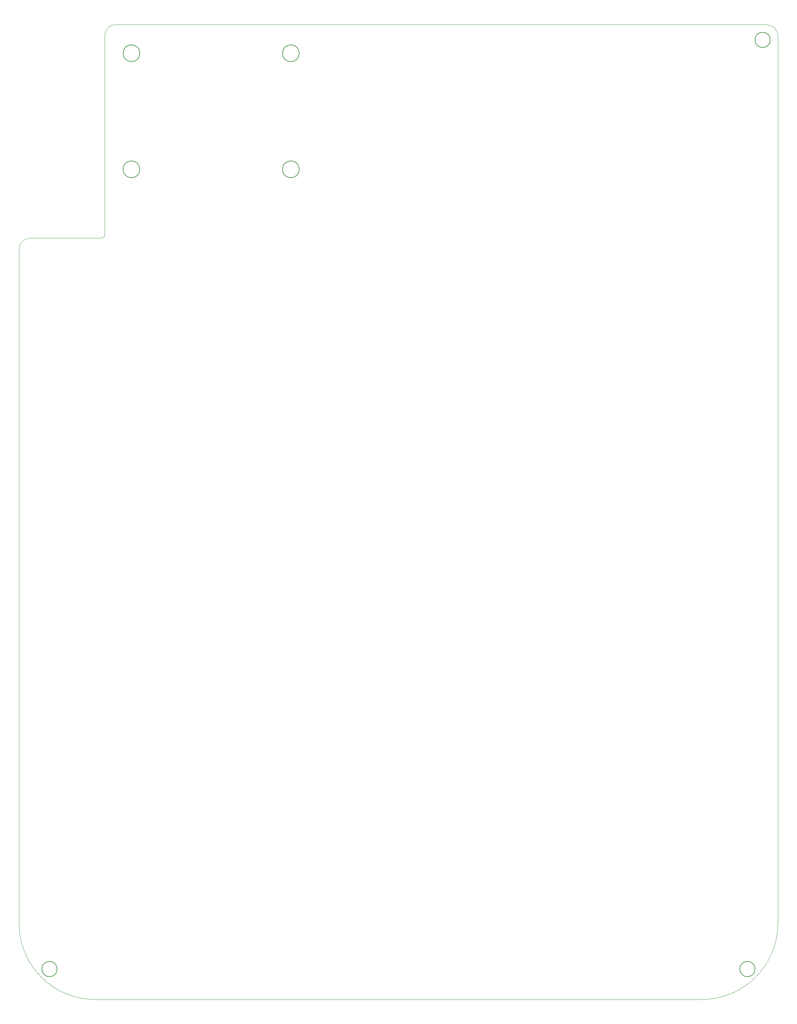
<source format=gm1>
G04 #@! TF.GenerationSoftware,KiCad,Pcbnew,9.0.1*
G04 #@! TF.CreationDate,2025-08-16T12:46:55+08:00*
G04 #@! TF.ProjectId,final version,66696e61-6c20-4766-9572-73696f6e2e6b,rev?*
G04 #@! TF.SameCoordinates,Original*
G04 #@! TF.FileFunction,Profile,NP*
%FSLAX46Y46*%
G04 Gerber Fmt 4.6, Leading zero omitted, Abs format (unit mm)*
G04 Created by KiCad (PCBNEW 9.0.1) date 2025-08-16 12:46:55*
%MOMM*%
%LPD*%
G01*
G04 APERTURE LIST*
G04 #@! TA.AperFunction,Profile*
%ADD10C,0.050000*%
G04 #@! TD*
G04 #@! TA.AperFunction,Profile*
%ADD11C,0.200000*%
G04 #@! TD*
G04 APERTURE END LIST*
D10*
X244000000Y-67250000D02*
X244000000Y-300250000D01*
D11*
X76245000Y-71760000D02*
G75*
G02*
X71845000Y-71760000I-2200000J0D01*
G01*
X71845000Y-71760000D02*
G75*
G02*
X76245000Y-71760000I2200000J0D01*
G01*
D10*
X64500000Y-320250000D02*
X224000000Y-320250000D01*
D11*
X76245000Y-102240000D02*
G75*
G02*
X71845000Y-102240000I-2200000J0D01*
G01*
X71845000Y-102240000D02*
G75*
G02*
X76245000Y-102240000I2200000J0D01*
G01*
D10*
X44500000Y-123300000D02*
G75*
G02*
X47500000Y-120300000I3000000J0D01*
G01*
X67000000Y-119450000D02*
G75*
G02*
X66150000Y-120300000I-850000J0D01*
G01*
D11*
X242000000Y-68250000D02*
G75*
G02*
X238000000Y-68250000I-2000000J0D01*
G01*
X238000000Y-68250000D02*
G75*
G02*
X242000000Y-68250000I2000000J0D01*
G01*
D10*
X47500000Y-120300000D02*
X66150000Y-120300000D01*
X244000000Y-300250000D02*
G75*
G02*
X224000000Y-320250000I-20000000J0D01*
G01*
D11*
X118155000Y-102240000D02*
G75*
G02*
X113755000Y-102240000I-2200000J0D01*
G01*
X113755000Y-102240000D02*
G75*
G02*
X118155000Y-102240000I2200000J0D01*
G01*
D10*
X67000000Y-67200000D02*
G75*
G02*
X70000000Y-64200000I3000000J0D01*
G01*
X64500000Y-320250000D02*
G75*
G02*
X44500000Y-300250000I0J20000000D01*
G01*
D11*
X118155000Y-71760000D02*
G75*
G02*
X113755000Y-71760000I-2200000J0D01*
G01*
X113755000Y-71760000D02*
G75*
G02*
X118155000Y-71760000I2200000J0D01*
G01*
D10*
X44500000Y-123300000D02*
X44500000Y-300250000D01*
X70000000Y-64200000D02*
X241000000Y-64250000D01*
D11*
X238000000Y-312250000D02*
G75*
G02*
X234000000Y-312250000I-2000000J0D01*
G01*
X234000000Y-312250000D02*
G75*
G02*
X238000000Y-312250000I2000000J0D01*
G01*
D10*
X67000000Y-67200000D02*
X67000000Y-119450000D01*
D11*
X54500000Y-312250000D02*
G75*
G02*
X50500000Y-312250000I-2000000J0D01*
G01*
X50500000Y-312250000D02*
G75*
G02*
X54500000Y-312250000I2000000J0D01*
G01*
D10*
X241000000Y-64250000D02*
G75*
G02*
X244000000Y-67250000I0J-3000000D01*
G01*
M02*

</source>
